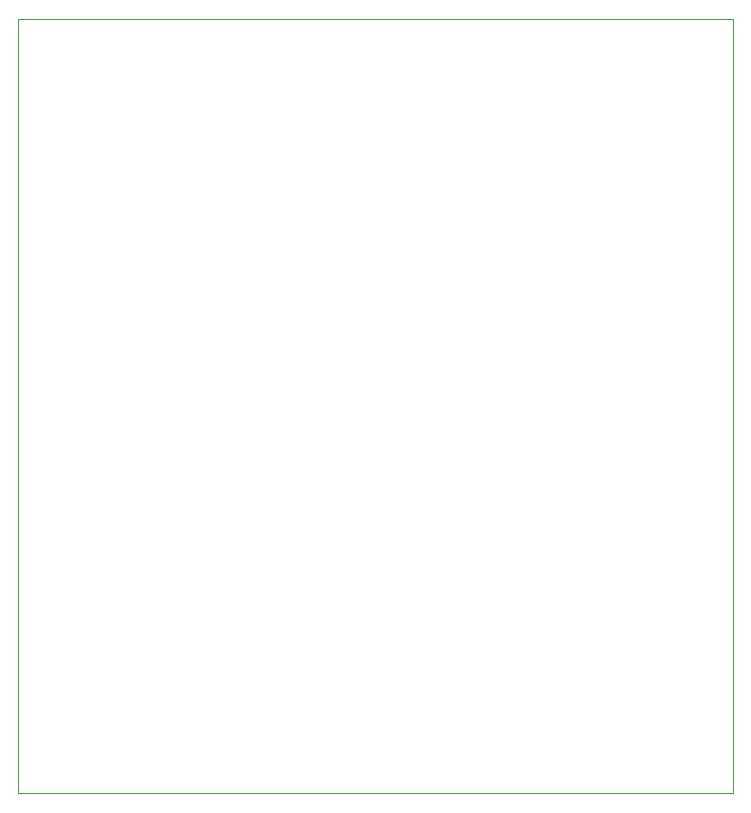
<source format=gbr>
%TF.GenerationSoftware,KiCad,Pcbnew,7.0.11*%
%TF.CreationDate,2024-04-01T19:46:57+02:00*%
%TF.ProjectId,BloX_ABC_MkII,426c6f58-5f41-4424-935f-4d6b49492e6b,rev?*%
%TF.SameCoordinates,Original*%
%TF.FileFunction,Profile,NP*%
%FSLAX46Y46*%
G04 Gerber Fmt 4.6, Leading zero omitted, Abs format (unit mm)*
G04 Created by KiCad (PCBNEW 7.0.11) date 2024-04-01 19:46:57*
%MOMM*%
%LPD*%
G01*
G04 APERTURE LIST*
%TA.AperFunction,Profile*%
%ADD10C,0.100000*%
%TD*%
G04 APERTURE END LIST*
D10*
X74500000Y-59500000D02*
X135000000Y-59500000D01*
X135000000Y-125000000D01*
X74500000Y-125000000D01*
X74500000Y-59500000D01*
M02*

</source>
